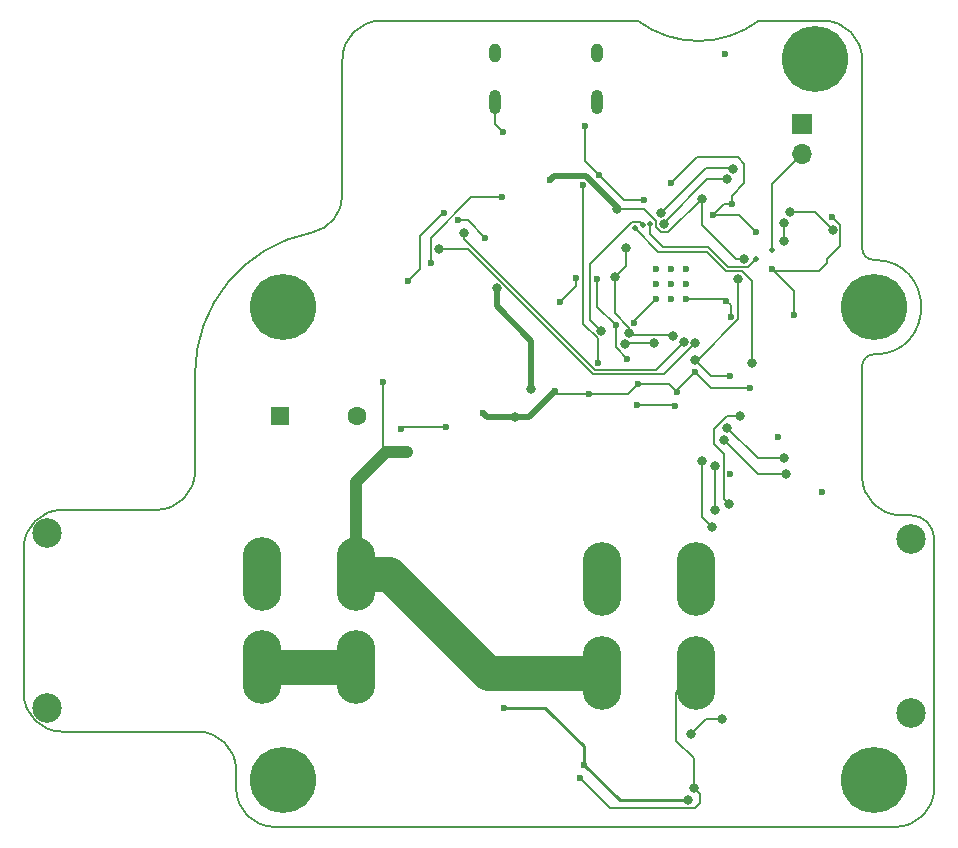
<source format=gbl>
%TF.GenerationSoftware,KiCad,Pcbnew,(6.99.0-874-g7b84e0a7d9-dirty)*%
%TF.CreationDate,2022-02-14T21:42:15-05:00*%
%TF.ProjectId,MotorcycleBatterIsolator,4d6f746f-7263-4796-936c-654261747465,rev?*%
%TF.SameCoordinates,Original*%
%TF.FileFunction,Copper,L2,Bot*%
%TF.FilePolarity,Positive*%
%FSLAX46Y46*%
G04 Gerber Fmt 4.6, Leading zero omitted, Abs format (unit mm)*
G04 Created by KiCad (PCBNEW (6.99.0-874-g7b84e0a7d9-dirty)) date 2022-02-14 21:42:15*
%MOMM*%
%LPD*%
G01*
G04 APERTURE LIST*
%TA.AperFunction,Profile*%
%ADD10C,0.160000*%
%TD*%
%TA.AperFunction,ComponentPad*%
%ADD11C,5.600000*%
%TD*%
%TA.AperFunction,ComponentPad*%
%ADD12O,1.000000X2.100000*%
%TD*%
%TA.AperFunction,ComponentPad*%
%ADD13O,1.000000X1.600000*%
%TD*%
%TA.AperFunction,ComponentPad*%
%ADD14O,3.270000X6.230000*%
%TD*%
%TA.AperFunction,ComponentPad*%
%ADD15C,2.500000*%
%TD*%
%TA.AperFunction,ComponentPad*%
%ADD16R,1.600000X1.600000*%
%TD*%
%TA.AperFunction,ComponentPad*%
%ADD17C,1.600000*%
%TD*%
%TA.AperFunction,ComponentPad*%
%ADD18R,1.700000X1.700000*%
%TD*%
%TA.AperFunction,ComponentPad*%
%ADD19O,1.700000X1.700000*%
%TD*%
%TA.AperFunction,ComponentPad*%
%ADD20C,0.600000*%
%TD*%
%TA.AperFunction,ViaPad*%
%ADD21C,0.800000*%
%TD*%
%TA.AperFunction,ViaPad*%
%ADD22C,0.600000*%
%TD*%
%TA.AperFunction,ViaPad*%
%ADD23C,0.500000*%
%TD*%
%TA.AperFunction,Conductor*%
%ADD24C,0.200000*%
%TD*%
%TA.AperFunction,Conductor*%
%ADD25C,3.000000*%
%TD*%
%TA.AperFunction,Conductor*%
%ADD26C,0.500000*%
%TD*%
%TA.AperFunction,Conductor*%
%ADD27C,1.000000*%
%TD*%
%TA.AperFunction,Conductor*%
%ADD28C,0.250000*%
%TD*%
G04 APERTURE END LIST*
D10*
X100518000Y-132657000D02*
X100518000Y-140910000D01*
X97268000Y-144160000D02*
X89268000Y-144160000D01*
X86018000Y-147410000D02*
X86018000Y-159690000D01*
X89268000Y-162940000D02*
X100750000Y-162940000D01*
X104000000Y-166190000D02*
X104000000Y-167750000D01*
X107250000Y-171000000D02*
X159850000Y-171000000D01*
X163100000Y-167750000D02*
X163100000Y-166750000D01*
X163100000Y-166750000D02*
X163100000Y-146610000D01*
X161100000Y-144610000D02*
X160250000Y-144610000D01*
X157000000Y-141360000D02*
X157000000Y-132000000D01*
X158000000Y-131000000D02*
G75*
G03*
X158000000Y-123000000I0J4000000D01*
G01*
X157000000Y-122000000D02*
X157000000Y-106000000D01*
X153750000Y-102750000D02*
X148250000Y-102750000D01*
X138000000Y-102750000D02*
X116250000Y-102750000D01*
X113000000Y-106000000D02*
X113000000Y-117500000D01*
X110373000Y-120690000D02*
G75*
G03*
X100518000Y-132657000I2337159J-11966053D01*
G01*
X158000000Y-131000000D02*
G75*
G03*
X157000000Y-132000000I365J-1000365D01*
G01*
X157000000Y-141360000D02*
G75*
G03*
X160250000Y-144610000I3250331J331D01*
G01*
X163100000Y-146610000D02*
G75*
G03*
X161100000Y-144610000I-2000729J-729D01*
G01*
X157000000Y-122000000D02*
G75*
G03*
X158000000Y-123000000I1000365J365D01*
G01*
X157000000Y-106000000D02*
G75*
G03*
X153750000Y-102750000I-3250331J-331D01*
G01*
X116250000Y-102750000D02*
G75*
G03*
X113000000Y-106000000I331J-3250331D01*
G01*
X110373000Y-120690000D02*
G75*
G03*
X113000000Y-117500000I-623095J3189807D01*
G01*
X97268000Y-144160000D02*
G75*
G03*
X100518000Y-140910000I-331J3250331D01*
G01*
X89268000Y-144160000D02*
G75*
G03*
X86018000Y-147410000I-1375J-3248625D01*
G01*
X86018000Y-159690000D02*
G75*
G03*
X89268000Y-162940000I3248625J-1375D01*
G01*
X104000000Y-166190000D02*
G75*
G03*
X100750000Y-162940000I-3250331J-331D01*
G01*
X104000000Y-167750000D02*
G75*
G03*
X107250000Y-171000000I3250331J331D01*
G01*
X159850000Y-171000000D02*
G75*
G03*
X163100000Y-167750000I-331J3250331D01*
G01*
X138000000Y-102750000D02*
G75*
G03*
X148250000Y-102750000I5125000J6835000D01*
G01*
D11*
%TO.P,H4,1,1*%
%TO.N,GND*%
X108000000Y-127000000D03*
%TD*%
D12*
%TO.P,J5,S1,SHIELD*%
%TO.N,GND*%
X134569999Y-109629999D03*
D13*
X134569999Y-105449999D03*
D12*
X125929999Y-109629999D03*
D13*
X125929999Y-105449999D03*
%TD*%
D14*
%TO.P,J1,1,Pin_1*%
%TO.N,/Motorcycle+*%
X114117499Y-157499999D03*
%TO.P,J1,2,Pin_2*%
X106197499Y-157499999D03*
%TO.P,J1,3,Pin_3*%
%TO.N,GND*%
X114117499Y-149599999D03*
%TO.P,J1,4,Pin_4*%
X106197499Y-149599999D03*
D15*
%TO.P,J1,5*%
%TO.N,N/C*%
X88017500Y-160940000D03*
X88017500Y-146160000D03*
%TD*%
D11*
%TO.P,H2,1,1*%
%TO.N,GND*%
X153000000Y-106000000D03*
%TD*%
D16*
%TO.P,BZ1,1,-*%
%TO.N,+12V*%
X107749999Y-136249999D03*
D17*
%TO.P,BZ1,2,+*%
%TO.N,Net-(BZ1-+)*%
X114250000Y-136250000D03*
%TD*%
D11*
%TO.P,H3,1,1*%
%TO.N,GND*%
X158000000Y-167000000D03*
%TD*%
%TO.P,H5,1,1*%
%TO.N,GND*%
X158000000Y-127000000D03*
%TD*%
D18*
%TO.P,TH1,1*%
%TO.N,GND*%
X151874999Y-111474999D03*
D19*
%TO.P,TH1,2*%
%TO.N,/Thermistor*%
X151874999Y-114014999D03*
%TD*%
D14*
%TO.P,J4,1,Pin_1*%
%TO.N,/Battery+*%
X134999999Y-150049999D03*
%TO.P,J4,2,Pin_2*%
X142919999Y-150049999D03*
%TO.P,J4,3,Pin_3*%
%TO.N,GND*%
X134999999Y-157949999D03*
%TO.P,J4,4,Pin_4*%
X142919999Y-157949999D03*
D15*
%TO.P,J4,5*%
%TO.N,N/C*%
X161100000Y-146610000D03*
X161100000Y-161390000D03*
%TD*%
D11*
%TO.P,H1,1,1*%
%TO.N,GND*%
X108000000Y-167000000D03*
%TD*%
D20*
%TO.P,U5,57,GND*%
%TO.N,GND*%
X139575000Y-126285000D03*
X140850000Y-126285000D03*
X142125000Y-126285000D03*
X139575000Y-125010000D03*
X140850000Y-125010000D03*
X142125000Y-125010000D03*
X139575000Y-123735000D03*
X140850000Y-123735000D03*
X142125000Y-123735000D03*
%TD*%
D21*
%TO.N,/GATE_CTRL*%
X145109266Y-161909266D03*
X144550000Y-140450000D03*
X144550000Y-144200000D03*
X142550000Y-163100000D03*
D22*
%TO.N,Net-(J2-VDD)*%
X134600000Y-131750000D03*
X133400000Y-116650000D03*
%TO.N,GND*%
X134700000Y-115850000D03*
X118550000Y-124800000D03*
X145950000Y-118250000D03*
X147500000Y-133850000D03*
X153600000Y-142650000D03*
D21*
X127650000Y-136300000D03*
D22*
X131450000Y-126600000D03*
X142850000Y-132500000D03*
X145900000Y-127850000D03*
X144350000Y-119200000D03*
X133850000Y-134350000D03*
X145500000Y-126450000D03*
X134550000Y-124650000D03*
X133500000Y-111650000D03*
X138000000Y-133500000D03*
X133150000Y-166900000D03*
X130975000Y-134125000D03*
X149850000Y-138000000D03*
X136150000Y-128550000D03*
X145400000Y-105600000D03*
X140850000Y-116450000D03*
X124900000Y-136000000D03*
X126600000Y-112200000D03*
X154450000Y-119350000D03*
X125100000Y-121150000D03*
X122750000Y-119650000D03*
X121600000Y-119050000D03*
X132800000Y-124550000D03*
X145850000Y-141100000D03*
X116400000Y-133300000D03*
D21*
X142750000Y-167750000D03*
D22*
X118500000Y-139250000D03*
X141300000Y-134150000D03*
X148050000Y-120650000D03*
X138550000Y-117950000D03*
X137100000Y-131350000D03*
X137650000Y-128300000D03*
X151250000Y-127650000D03*
X149350000Y-123750000D03*
D21*
%TO.N,+3V3*%
X142850000Y-131450000D03*
X146500000Y-124600000D03*
X129000000Y-133900000D03*
X143450000Y-117800000D03*
X146975000Y-122925000D03*
D22*
X145800000Y-132800000D03*
X130600000Y-116250000D03*
D21*
X137297299Y-129199500D03*
X141000000Y-129450000D03*
X136973533Y-121962732D03*
X126050000Y-125400000D03*
X136262500Y-118687500D03*
X136060000Y-124410000D03*
D22*
%TO.N,+12V*%
X117950000Y-137300000D03*
X121800000Y-137150000D03*
D21*
X144300000Y-145650000D03*
X143400000Y-140050000D03*
D22*
%TO.N,Net-(D10-A)*%
X120500000Y-123300000D03*
X126550000Y-117700000D03*
%TO.N,Net-(D11-K)*%
X141149554Y-135399875D03*
X137950000Y-135300000D03*
D23*
%TO.N,/MotorcycleVoltage3v3*%
X138405974Y-120030183D03*
D21*
X134930438Y-129020940D03*
D23*
%TO.N,/BatteryVoltage3v3*%
X137750000Y-120300000D03*
D21*
X147650000Y-131750000D03*
%TO.N,/DAT0*%
X145599500Y-116150000D03*
X140200427Y-119970923D03*
%TO.N,/DAT1*%
X139976228Y-119047164D03*
X146084102Y-115333473D03*
%TO.N,Net-(J3-Pin_2)*%
X150400000Y-121400000D03*
X150400000Y-119850000D03*
%TO.N,/RST*%
X150900000Y-118950000D03*
X154500500Y-120483020D03*
%TO.N,/Battery+*%
X146650000Y-136200000D03*
X145705000Y-143655000D03*
%TO.N,/BUZZER_CTRL*%
X136954100Y-130084807D03*
X139381090Y-130057653D03*
%TO.N,/SCL*%
X145600000Y-137250000D03*
X150350000Y-139800000D03*
%TO.N,/SDA*%
X150550000Y-141100000D03*
X145300000Y-138250000D03*
%TO.N,Net-(U5-GPIO9)*%
X121149500Y-122050000D03*
X142853736Y-130000359D03*
%TO.N,Net-(U5-GPIO8)*%
X141908545Y-129909987D03*
X123300000Y-120700000D03*
D22*
%TO.N,Net-(Q2-S)*%
X133431885Y-165721244D03*
X126700000Y-160900000D03*
D21*
X142250000Y-168750000D03*
D23*
%TO.N,/Thermistor*%
X149359300Y-122190700D03*
X148000000Y-122900000D03*
X139051426Y-119957761D03*
%TD*%
D24*
%TO.N,/GATE_CTRL*%
X144550000Y-140450000D02*
X144550000Y-144200000D01*
X143740734Y-161909266D02*
X145109266Y-161909266D01*
X142550000Y-163100000D02*
X143740734Y-161909266D01*
%TO.N,Net-(J2-VDD)*%
X133400000Y-128409036D02*
X134600000Y-129609036D01*
X134600000Y-129609036D02*
X134600000Y-131750000D01*
X133400000Y-116650000D02*
X133400000Y-128409036D01*
D25*
%TO.N,/Motorcycle+*%
X106197500Y-157500000D02*
X114117500Y-157500000D01*
D26*
%TO.N,GND*%
X127650000Y-136300000D02*
X128800000Y-136300000D01*
D24*
X154450000Y-119350000D02*
X155150000Y-120050000D01*
X137100000Y-131350000D02*
X136150000Y-130400000D01*
X125100000Y-121150000D02*
X123600000Y-119650000D01*
X143000000Y-114300000D02*
X140850000Y-116450000D01*
X133500000Y-114650000D02*
X133500000Y-111650000D01*
X154050000Y-123244758D02*
X153349937Y-123944821D01*
X145500000Y-126450000D02*
X145335000Y-126285000D01*
X140650000Y-133500000D02*
X141300000Y-134150000D01*
X146450000Y-114300000D02*
X143000000Y-114300000D01*
X145950000Y-117550000D02*
X147000000Y-116500000D01*
X137650000Y-128210000D02*
X139575000Y-126285000D01*
X133150000Y-166900000D02*
X135650000Y-169400000D01*
X132800000Y-125250000D02*
X132800000Y-124550000D01*
D27*
X114117500Y-149600000D02*
X114117500Y-141782500D01*
D24*
X143300000Y-168250000D02*
X142800000Y-167750000D01*
X142850000Y-169400000D02*
X143300000Y-168950000D01*
D26*
X127650000Y-136300000D02*
X125200000Y-136300000D01*
D24*
X119550000Y-123800000D02*
X119550000Y-121000000D01*
X145335000Y-126285000D02*
X142125000Y-126285000D01*
X133850000Y-134350000D02*
X131200000Y-134350000D01*
X155150000Y-121850000D02*
X154050000Y-122950000D01*
X151250000Y-125650000D02*
X151250000Y-127650000D01*
D25*
X125300000Y-157950000D02*
X116950000Y-149600000D01*
D24*
X145300000Y-118250000D02*
X144350000Y-119200000D01*
X136150000Y-130400000D02*
X136150000Y-128550000D01*
X145900000Y-127850000D02*
X145900000Y-126850000D01*
X141250000Y-159620000D02*
X142920000Y-157950000D01*
X137650000Y-128300000D02*
X137650000Y-128210000D01*
X145950000Y-118250000D02*
X145300000Y-118250000D01*
X147500000Y-133850000D02*
X144200000Y-133850000D01*
X142750000Y-167750000D02*
X142750000Y-165200000D01*
X138000000Y-133500000D02*
X140650000Y-133500000D01*
X153349937Y-123944821D02*
X149544821Y-123944821D01*
X138550000Y-117950000D02*
X136800000Y-117950000D01*
X119550000Y-121000000D02*
X121500000Y-119050000D01*
X141300000Y-134050000D02*
X142850000Y-132500000D01*
X149350000Y-123750000D02*
X151250000Y-125650000D01*
X131450000Y-126600000D02*
X132800000Y-125250000D01*
X135650000Y-169400000D02*
X142850000Y-169400000D01*
X145950000Y-118250000D02*
X145950000Y-117550000D01*
X134700000Y-115850000D02*
X133500000Y-114650000D01*
X155150000Y-120050000D02*
X155150000Y-121850000D01*
X144200000Y-133850000D02*
X142850000Y-132500000D01*
X116400000Y-133300000D02*
X116400000Y-139000000D01*
X143300000Y-168950000D02*
X143300000Y-168250000D01*
X148050000Y-120650000D02*
X146600000Y-119200000D01*
D26*
X125200000Y-136300000D02*
X124900000Y-136000000D01*
D24*
X131200000Y-134350000D02*
X130975000Y-134125000D01*
X137150000Y-134350000D02*
X133850000Y-134350000D01*
X142750000Y-165200000D02*
X141250000Y-163700000D01*
X134550000Y-126950000D02*
X134550000Y-124650000D01*
X123600000Y-119650000D02*
X122750000Y-119650000D01*
D25*
X135000000Y-157950000D02*
X125300000Y-157950000D01*
D26*
X128800000Y-136300000D02*
X130975000Y-134125000D01*
D24*
X126600000Y-112200000D02*
X125930000Y-111530000D01*
X138000000Y-133500000D02*
X137150000Y-134350000D01*
X154050000Y-122950000D02*
X154050000Y-123244758D01*
X136150000Y-128550000D02*
X134550000Y-126950000D01*
X145900000Y-126850000D02*
X145500000Y-126450000D01*
X136800000Y-117950000D02*
X134700000Y-115850000D01*
X141250000Y-163700000D02*
X141250000Y-159620000D01*
X118550000Y-124800000D02*
X119550000Y-123800000D01*
X149544821Y-123944821D02*
X149350000Y-123750000D01*
X147000000Y-114850000D02*
X146450000Y-114300000D01*
D27*
X116650000Y-139250000D02*
X118500000Y-139250000D01*
D24*
X146600000Y-119200000D02*
X144350000Y-119200000D01*
X147000000Y-116500000D02*
X147000000Y-114850000D01*
X125930000Y-111530000D02*
X125930000Y-109630000D01*
X116400000Y-139000000D02*
X116650000Y-139250000D01*
D25*
X116950000Y-149600000D02*
X114117500Y-149600000D01*
D27*
X114117500Y-141782500D02*
X116650000Y-139250000D01*
D24*
X142800000Y-167750000D02*
X142750000Y-167750000D01*
X121500000Y-119050000D02*
X121600000Y-119050000D01*
X141300000Y-134150000D02*
X141300000Y-134050000D01*
%TO.N,+3V3*%
X136973533Y-123496467D02*
X136973533Y-121962732D01*
D26*
X133639744Y-115900499D02*
X130949501Y-115900499D01*
D24*
X144200000Y-132800000D02*
X142850000Y-131450000D01*
X146500000Y-128027113D02*
X146500000Y-124600000D01*
X141000000Y-129450000D02*
X140939502Y-129389502D01*
D26*
X126050000Y-126900000D02*
X126050000Y-125400000D01*
D24*
X136262500Y-118687500D02*
X138503959Y-118687500D01*
X146325000Y-122925000D02*
X143450000Y-120050000D01*
X142850000Y-131450000D02*
X143077113Y-131450000D01*
D26*
X129000000Y-133900000D02*
X129000000Y-129850000D01*
D24*
X137297299Y-128724412D02*
X137297299Y-129199500D01*
X145800000Y-132800000D02*
X144200000Y-132800000D01*
X138503959Y-118687500D02*
X139550926Y-119734467D01*
D26*
X136262500Y-118523255D02*
X133639744Y-115900499D01*
X129000000Y-129850000D02*
X126050000Y-126900000D01*
D24*
X137487301Y-129389502D02*
X137297299Y-129199500D01*
X136060000Y-124410000D02*
X136060000Y-127487113D01*
X146975000Y-122925000D02*
X146325000Y-122925000D01*
X140600000Y-120650000D02*
X143450000Y-117800000D01*
X139550926Y-120244557D02*
X139956369Y-120650000D01*
X136060000Y-124410000D02*
X136973533Y-123496467D01*
X143077113Y-131450000D02*
X146500000Y-128027113D01*
X139956369Y-120650000D02*
X140600000Y-120650000D01*
X136060000Y-127487113D02*
X137297299Y-128724412D01*
X139550926Y-119734467D02*
X139550926Y-120244557D01*
X140939502Y-129389502D02*
X137487301Y-129389502D01*
D26*
X130949501Y-115900499D02*
X130600000Y-116250000D01*
X136262500Y-118687500D02*
X136262500Y-118523255D01*
D24*
X143450000Y-120050000D02*
X143450000Y-117800000D01*
%TO.N,+12V*%
X143400000Y-140050000D02*
X143400000Y-144750000D01*
X117950000Y-137300000D02*
X118100000Y-137150000D01*
X118100000Y-137150000D02*
X121800000Y-137150000D01*
X143400000Y-144750000D02*
X144300000Y-145650000D01*
%TO.N,Net-(D10-A)*%
X123922887Y-117700000D02*
X126550000Y-117700000D01*
X120500000Y-123300000D02*
X120500000Y-121122887D01*
X120500000Y-121122887D02*
X123922887Y-117700000D01*
%TO.N,Net-(D11-K)*%
X141049679Y-135300000D02*
X141149554Y-135399875D01*
X137950000Y-135300000D02*
X141049679Y-135300000D01*
%TO.N,/MotorcycleVoltage3v3*%
X134000499Y-123343099D02*
X134000499Y-128091001D01*
X138405974Y-120030183D02*
X138176290Y-119800499D01*
X137543099Y-119800499D02*
X134000499Y-123343099D01*
X134000499Y-128091001D02*
X134930438Y-129020940D01*
X138176290Y-119800499D02*
X137543099Y-119800499D01*
%TO.N,/BatteryVoltage3v3*%
X139750000Y-122300000D02*
X137750000Y-120300000D01*
X146850000Y-123950000D02*
X145500000Y-123950000D01*
X143850000Y-122300000D02*
X139750000Y-122300000D01*
X147650000Y-131750000D02*
X147650000Y-124750000D01*
X147650000Y-124750000D02*
X146850000Y-123950000D01*
X145500000Y-123950000D02*
X143850000Y-122300000D01*
%TO.N,/DAT0*%
X143900000Y-116150000D02*
X145599500Y-116150000D01*
X140200427Y-119970923D02*
X140200427Y-119849573D01*
X140200427Y-119849573D02*
X143900000Y-116150000D01*
%TO.N,/DAT1*%
X146000629Y-115250000D02*
X146084102Y-115333473D01*
X143773392Y-115250000D02*
X146000629Y-115250000D01*
X139976228Y-119047164D02*
X143773392Y-115250000D01*
%TO.N,Net-(J3-Pin_2)*%
X150400000Y-121400000D02*
X150400000Y-119850000D01*
%TO.N,/RST*%
X150900000Y-118950000D02*
X152967480Y-118950000D01*
X152967480Y-118950000D02*
X154500500Y-120483020D01*
%TO.N,/Battery+*%
X145300499Y-139400499D02*
X144450000Y-138550000D01*
X145300499Y-143250499D02*
X145300499Y-139400499D01*
X145705000Y-143655000D02*
X145300499Y-143250499D01*
X145600000Y-136200000D02*
X146650000Y-136200000D01*
X144450000Y-137350000D02*
X145600000Y-136200000D01*
X144450000Y-138550000D02*
X144450000Y-137350000D01*
%TO.N,/BUZZER_CTRL*%
X139381090Y-130057653D02*
X136981254Y-130057653D01*
X136981254Y-130057653D02*
X136954100Y-130084807D01*
%TO.N,/SCL*%
X149150000Y-139800000D02*
X148150000Y-139800000D01*
X150350000Y-139800000D02*
X149150000Y-139800000D01*
X148150000Y-139800000D02*
X145600000Y-137250000D01*
%TO.N,/SDA*%
X148150000Y-141100000D02*
X150550000Y-141100000D01*
X145300000Y-138250000D02*
X148150000Y-141100000D01*
%TO.N,Net-(U5-GPIO9)*%
X134227616Y-132649012D02*
X123628604Y-122050000D01*
X140205083Y-132649012D02*
X134227616Y-132649012D01*
X123628604Y-122050000D02*
X121149500Y-122050000D01*
X142853736Y-130000359D02*
X140205083Y-132649012D01*
%TO.N,Net-(U5-GPIO8)*%
X139519031Y-132299501D02*
X141908545Y-129909987D01*
X134372388Y-132299501D02*
X139519031Y-132299501D01*
X123300000Y-120700000D02*
X123300000Y-121227113D01*
X123300000Y-121227113D02*
X134372388Y-132299501D01*
D28*
%TO.N,Net-(Q2-S)*%
X133431885Y-165721244D02*
X133431885Y-164181885D01*
X136460641Y-168750000D02*
X133431885Y-165721244D01*
X130600000Y-161350000D02*
X130150000Y-160900000D01*
X142250000Y-168750000D02*
X136460641Y-168750000D01*
X133431885Y-164181885D02*
X130600000Y-161350000D01*
X130150000Y-160900000D02*
X126700000Y-160900000D01*
D24*
%TO.N,/Thermistor*%
X151875000Y-114015000D02*
X149359300Y-116530700D01*
X139051426Y-120801426D02*
X139051426Y-119957761D01*
X148000000Y-122900000D02*
X147300000Y-123600000D01*
X147300000Y-123600000D02*
X145650000Y-123600000D01*
X145650000Y-123600000D02*
X143950000Y-121900000D01*
X143950000Y-121900000D02*
X140150000Y-121900000D01*
X149359300Y-116530700D02*
X149359300Y-122190700D01*
X140150000Y-121900000D02*
X139051426Y-120801426D01*
%TD*%
M02*

</source>
